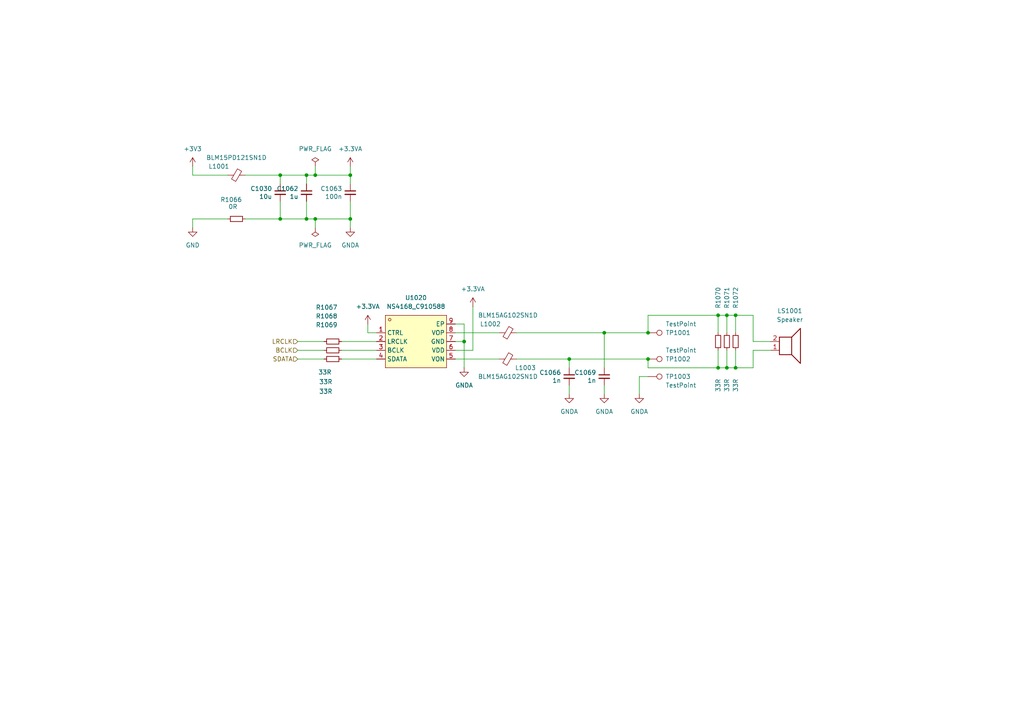
<source format=kicad_sch>
(kicad_sch (version 20250114) (generator "eeschema") (generator_version "9.0")
  (paper "A4")
  (lib_symbols
    (symbol "CAP_1" (pin_numbers (hide yes)) (pin_names (offset 0.254) (hide yes))
      (property "Reference" "C" (at 0.254 1.778 0))
      (symbol "CAP_1_0_1"
        (polyline (pts (xy -1.524 0.508) (xy 1.524 0.508)) (stroke (width 0.3048)))
        (polyline (pts (xy -1.524 -0.508) (xy 1.524 -0.508)) (stroke (width 0.3302)))
      )
      (symbol "CAP_1_1_1"
        (pin passive line (at 0 2.54 270) (length 2.032) (name "~") (number "1"))
        (pin passive line (at 0 -2.54 90) (length 2.032) (name "~") (number "2"))
      )
    )
    (symbol "CAP_2" (pin_numbers (hide yes)) (pin_names (offset 0.254) (hide yes))
      (property "Reference" "C" (at 0.254 1.778 0))
      (symbol "CAP_2_0_1"
        (polyline (pts (xy -1.524 0.508) (xy 1.524 0.508)) (stroke (width 0.3048)))
        (polyline (pts (xy -1.524 -0.508) (xy 1.524 -0.508)) (stroke (width 0.3302)))
      )
      (symbol "CAP_2_1_1"
        (pin passive line (at 0 2.54 270) (length 2.032) (name "~") (number "1"))
        (pin passive line (at 0 -2.54 90) (length 2.032) (name "~") (number "2"))
      )
    )
    (symbol "CAP_3" (pin_numbers (hide yes)) (pin_names (offset 0.254) (hide yes))
      (property "Reference" "C" (at 0.254 1.778 0))
      (symbol "CAP_3_0_1"
        (polyline (pts (xy -1.524 0.508) (xy 1.524 0.508)) (stroke (width 0.3048)))
        (polyline (pts (xy -1.524 -0.508) (xy 1.524 -0.508)) (stroke (width 0.3302)))
      )
      (symbol "CAP_3_1_1"
        (pin passive line (at 0 2.54 270) (length 2.032) (name "~") (number "1"))
        (pin passive line (at 0 -2.54 90) (length 2.032) (name "~") (number "2"))
      )
    )
    (symbol "CAP_4" (pin_numbers (hide yes)) (pin_names (offset 0.254) (hide yes))
      (property "Reference" "C" (at 0.254 1.778 0))
      (symbol "CAP_4_0_1"
        (polyline (pts (xy -1.524 0.508) (xy 1.524 0.508)) (stroke (width 0.3048)))
        (polyline (pts (xy -1.524 -0.508) (xy 1.524 -0.508)) (stroke (width 0.3302)))
      )
      (symbol "CAP_4_1_1"
        (pin passive line (at 0 2.54 270) (length 2.032) (name "~") (number "1"))
        (pin passive line (at 0 -2.54 90) (length 2.032) (name "~") (number "2"))
      )
    )
    (symbol "Connector:TestPoint" (pin_numbers (hide yes)) (pin_names (offset 0.762) (hide yes))
      (property "Reference" "TP" (at 0 6.858 0))
      (property "Value" "TestPoint" (at 0 5.08 0))
      (symbol "TestPoint_0_1"
        (circle (center 0 3.302) (radius 0.762))
      )
      (symbol "TestPoint_1_1"
        (pin passive line (at 0 0 90) (length 2.54) (name "1") (number "1"))
      )
    )
    (symbol "Device:Speaker" (pin_names (offset 0) (hide yes))
      (property "Reference" "LS" (at 1.27 5.715 0))
      (property "Value" "Speaker" (at 1.27 3.81 0))
      (symbol "Speaker_0_0"
        (rectangle (start -2.54 1.27) (end 1.016 -3.81) (stroke (width 0.254)))
        (polyline (pts (xy 1.016 1.27) (xy 3.556 3.81) (xy 3.556 -6.35) (xy 1.016 -3.81)) (stroke (width 0.254)))
      )
      (symbol "Speaker_1_1"
        (pin input line (at -5.08 0 0) (length 2.54) (name "1") (number "1"))
        (pin input line (at -5.08 -2.54 0) (length 2.54) (name "2") (number "2"))
      )
    )
    (symbol "FERRIT_1" (pin_numbers (hide yes)) (pin_names (offset 0))
      (property "Reference" "FB" (at 1.905 1.27 0))
      (symbol "FERRIT_1_0_1"
        (polyline (pts (xy -1.8288 0.2794) (xy -1.1176 1.4986) (xy 1.8288 -0.2032) (xy 1.1176 -1.4224) (xy -1.8288 0.2794)))
        (polyline (pts (xy 0 0.889) (xy 0 1.2954)))
        (polyline (pts (xy 0 -1.27) (xy 0 -0.7874)))
      )
      (symbol "FERRIT_1_1_1"
        (pin passive line (at 0 2.54 270) (length 1.27) (name "~") (number "1"))
        (pin passive line (at 0 -2.54 90) (length 1.27) (name "~") (number "2"))
      )
    )
    (symbol "FERRIT_2" (pin_numbers (hide yes)) (pin_names (offset 0))
      (property "Reference" "FB" (at 1.905 1.27 0))
      (symbol "FERRIT_2_0_1"
        (polyline (pts (xy -1.8288 0.2794) (xy -1.1176 1.4986) (xy 1.8288 -0.2032) (xy 1.1176 -1.4224) (xy -1.8288 0.2794)))
        (polyline (pts (xy 0 0.889) (xy 0 1.2954)))
        (polyline (pts (xy 0 -1.27) (xy 0 -0.7874)))
      )
      (symbol "FERRIT_2_1_1"
        (pin passive line (at 0 2.54 270) (length 1.27) (name "~") (number "1"))
        (pin passive line (at 0 -2.54 90) (length 1.27) (name "~") (number "2"))
      )
    )
    (symbol "PWR_FLAG_1" (power) (pin_numbers (hide yes)) (pin_names (offset 0) (hide yes))
      (property "Value" "PWR_FLAG" (at 0 3.81 0))
      (symbol "PWR_FLAG_1_0_0"
        (pin power_out line (at 0 0 90) (length 0) (name "pwr") (number "1"))
      )
      (symbol "PWR_FLAG_1_0_1"
        (polyline (pts (xy 0 0) (xy 0 1.27) (xy -1.016 1.905) (xy 0 2.54) (xy 1.016 1.905) (xy 0 1.27)))
      )
    )
    (symbol "RES_2" (pin_numbers (hide yes)) (pin_names (offset 0.254) (hide yes))
      (property "Reference" "R" (at 0.762 0.508 0))
      (symbol "RES_2_1_1"
        (rectangle (start -0.762 1.778) (end 0.762 -1.778) (stroke (width 0.2032)))
        (pin passive line (at 0 2.54 270) (length 0.762) (name "~") (number "1"))
        (pin passive line (at 0 -2.54 90) (length 0.762) (name "~") (number "2"))
      )
    )
    (symbol "RES_3" (pin_numbers (hide yes)) (pin_names (offset 0.254) (hide yes))
      (property "Reference" "R" (at 0.762 0.508 0))
      (symbol "RES_3_1_1"
        (rectangle (start -0.762 1.778) (end 0.762 -1.778) (stroke (width 0.2032)))
        (pin passive line (at 0 2.54 270) (length 0.762) (name "~") (number "1"))
        (pin passive line (at 0 -2.54 90) (length 0.762) (name "~") (number "2"))
      )
    )
    (symbol "RES_4" (pin_numbers (hide yes)) (pin_names (offset 0.254) (hide yes))
      (property "Reference" "R" (at 0.762 0.508 0))
      (symbol "RES_4_1_1"
        (rectangle (start -0.762 1.778) (end 0.762 -1.778) (stroke (width 0.2032)))
        (pin passive line (at 0 2.54 270) (length 0.762) (name "~") (number "1"))
        (pin passive line (at 0 -2.54 90) (length 0.762) (name "~") (number "2"))
      )
    )
    (symbol "power:+3.3VA" (power) (pin_numbers (hide yes)) (pin_names (offset 0) (hide yes))
      (property "Value" "+3.3VA" (at 0 3.556 0))
      (symbol "+3.3VA_0_1"
        (polyline (pts (xy -0.762 1.27) (xy 0 2.54)))
        (polyline (pts (xy 0 2.54) (xy 0.762 1.27)))
        (polyline (pts (xy 0 0) (xy 0 2.54)))
      )
      (symbol "+3.3VA_1_1"
        (pin power_in line (at 0 0 90) (length 0) (name "~") (number "1"))
      )
    )
    (symbol "power:+3V3" (power) (pin_numbers (hide yes)) (pin_names (offset 0) (hide yes))
      (property "Value" "+3V3" (at 0 3.556 0))
      (symbol "+3V3_0_1"
        (polyline (pts (xy -0.762 1.27) (xy 0 2.54)))
        (polyline (pts (xy 0 2.54) (xy 0.762 1.27)))
        (polyline (pts (xy 0 0) (xy 0 2.54)))
      )
      (symbol "+3V3_1_1"
        (pin power_in line (at 0 0 90) (length 0) (name "~") (number "1"))
      )
    )
    (symbol "power:GND" (power) (pin_numbers (hide yes)) (pin_names (offset 0) (hide yes))
      (property "Value" "GND" (at 0 -3.81 0))
      (symbol "GND_0_1"
        (polyline (pts (xy 0 0) (xy 0 -1.27) (xy 1.27 -1.27) (xy 0 -2.54) (xy -1.27 -1.27) (xy 0 -1.27)))
      )
      (symbol "GND_1_1"
        (pin power_in line (at 0 0 270) (length 0) (name "~") (number "1"))
      )
    )
    (symbol "power:GNDA" (power) (pin_numbers (hide yes)) (pin_names (offset 0) (hide yes))
      (property "Value" "GNDA" (at 0 -3.81 0))
      (symbol "GNDA_0_1"
        (polyline (pts (xy 0 0) (xy 0 -1.27) (xy 1.27 -1.27) (xy 0 -2.54) (xy -1.27 -1.27) (xy 0 -1.27)))
      )
      (symbol "GNDA_1_1"
        (pin power_in line (at 0 0 270) (length 0) (name "~") (number "1"))
      )
    )
    (symbol "power:PWR_FLAG" (power) (pin_numbers (hide yes)) (pin_names (offset 0) (hide yes))
      (property "Value" "PWR_FLAG" (at 0 3.81 0))
      (symbol "PWR_FLAG_0_0"
        (pin power_out line (at 0 0 90) (length 0) (name "pwr") (number "1"))
      )
      (symbol "PWR_FLAG_0_1"
        (polyline (pts (xy 0 0) (xy 0 1.27) (xy -1.016 1.905) (xy 0 2.54) (xy 1.016 1.905) (xy 0 1.27)))
      )
    )
    (symbol "suku_basics:CAP" (pin_numbers (hide yes)) (pin_names (offset 0.254) (hide yes))
      (property "Reference" "C" (at 0.254 1.778 0))
      (symbol "CAP_0_1"
        (polyline (pts (xy -1.524 0.508) (xy 1.524 0.508)) (stroke (width 0.3048)))
        (polyline (pts (xy -1.524 -0.508) (xy 1.524 -0.508)) (stroke (width 0.3302)))
      )
      (symbol "CAP_1_1"
        (pin passive line (at 0 2.54 270) (length 2.032) (name "~") (number "1"))
        (pin passive line (at 0 -2.54 90) (length 2.032) (name "~") (number "2"))
      )
    )
    (symbol "suku_basics:FERRIT" (pin_numbers (hide yes)) (pin_names (offset 0))
      (property "Reference" "FB" (at 1.905 1.27 0))
      (symbol "FERRIT_0_1"
        (polyline (pts (xy -1.8288 0.2794) (xy -1.1176 1.4986) (xy 1.8288 -0.2032) (xy 1.1176 -1.4224) (xy -1.8288 0.2794)))
        (polyline (pts (xy 0 0.889) (xy 0 1.2954)))
        (polyline (pts (xy 0 -1.27) (xy 0 -0.7874)))
      )
      (symbol "FERRIT_1_1"
        (pin passive line (at 0 2.54 270) (length 1.27) (name "~") (number "1"))
        (pin passive line (at 0 -2.54 90) (length 1.27) (name "~") (number "2"))
      )
    )
    (symbol "suku_basics:NS4168_C910588"
      (property "Reference" "U" (at 0 10.16 0))
      (property "Value" "NS4168_C910588" (at 0 -10.16 0))
      (symbol "NS4168_C910588_0_1"
        (rectangle (start -8.89 7.62) (end 8.89 -7.62) (fill (type background)))
        (circle (center -7.62 6.35) (radius 0.38))
        (pin unspecified line (at -11.43 2.54 0) (length 2.54) (name "CTRL") (number "1"))
        (pin unspecified line (at -11.43 0 0) (length 2.54) (name "LRCLK") (number "2"))
        (pin unspecified line (at -11.43 -2.54 0) (length 2.54) (name "BCLK") (number "3"))
        (pin unspecified line (at -11.43 -5.08 0) (length 2.54) (name "SDATA") (number "4"))
        (pin unspecified line (at 11.43 5.08 180) (length 2.54) (name "EP") (number "9"))
        (pin unspecified line (at 11.43 2.54 180) (length 2.54) (name "VOP") (number "8"))
        (pin unspecified line (at 11.43 0 180) (length 2.54) (name "GND") (number "7"))
        (pin unspecified line (at 11.43 -2.54 180) (length 2.54) (name "VDD") (number "6"))
        (pin unspecified line (at 11.43 -5.08 180) (length 2.54) (name "VON") (number "5"))
      )
    )
    (symbol "suku_basics:RES" (pin_numbers (hide yes)) (pin_names (offset 0.254) (hide yes))
      (property "Reference" "R" (at 0.762 0.508 0))
      (symbol "RES_1_1"
        (rectangle (start -0.762 1.778) (end 0.762 -1.778) (stroke (width 0.2032)))
        (pin passive line (at 0 2.54 270) (length 0.762) (name "~") (number "1"))
        (pin passive line (at 0 -2.54 90) (length 0.762) (name "~") (number "2"))
      )
    )
  )
  (junction (at 187.96 96.52))
  (junction (at 88.9 50.8))
  (junction (at 91.44 63.5))
  (junction (at 210.82 91.44))
  (junction (at 91.44 50.8))
  (junction (at 208.28 91.44))
  (junction (at 208.28 106.68))
  (junction (at 213.36 106.68))
  (junction (at 213.36 91.44))
  (junction (at 175.26 96.52))
  (junction (at 88.9 63.5))
  (junction (at 165.1 104.14))
  (junction (at 101.6 63.5))
  (junction (at 134.62 99.06))
  (junction (at 210.82 106.68))
  (junction (at 81.28 63.5))
  (junction (at 81.28 50.8))
  (junction (at 101.6 50.8))
  (junction (at 187.96 104.14))
  (wire (pts (xy 218.44 106.68) (xy 218.44 101.6)))
  (wire (pts (xy 88.9 50.8) (xy 91.44 50.8)))
  (wire (pts (xy 134.62 99.06) (xy 132.08 99.06)))
  (wire (pts (xy 81.28 63.5) (xy 71.12 63.5)))
  (wire (pts (xy 91.44 63.5) (xy 88.9 63.5)))
  (wire (pts (xy 149.86 96.52) (xy 175.26 96.52)))
  (wire (pts (xy 208.28 91.44) (xy 187.96 91.44)))
  (wire (pts (xy 185.42 109.22) (xy 185.42 114.3)))
  (wire (pts (xy 175.26 96.52) (xy 175.26 106.68)))
  (wire (pts (xy 55.88 63.5) (xy 66.04 63.5)))
  (wire (pts (xy 210.82 106.68) (xy 213.36 106.68)))
  (wire (pts (xy 132.08 104.14) (xy 144.78 104.14)))
  (wire (pts (xy 165.1 104.14) (xy 165.1 106.68)))
  (wire (pts (xy 175.26 111.76) (xy 175.26 114.3)))
  (wire (pts (xy 106.68 96.52) (xy 109.22 96.52)))
  (wire (pts (xy 134.62 106.68) (xy 134.62 99.06)))
  (wire (pts (xy 99.06 99.06) (xy 109.22 99.06)))
  (wire (pts (xy 88.9 63.5) (xy 81.28 63.5)))
  (wire (pts (xy 101.6 63.5) (xy 91.44 63.5)))
  (wire (pts (xy 81.28 58.42) (xy 81.28 63.5)))
  (wire (pts (xy 55.88 50.8) (xy 55.88 48.26)))
  (wire (pts (xy 88.9 58.42) (xy 88.9 63.5)))
  (wire (pts (xy 88.9 50.8) (xy 88.9 53.34)))
  (wire (pts (xy 91.44 63.5) (xy 91.44 66.04)))
  (wire (pts (xy 132.08 101.6) (xy 137.16 101.6)))
  (wire (pts (xy 210.82 91.44) (xy 208.28 91.44)))
  (wire (pts (xy 99.06 104.14) (xy 109.22 104.14)))
  (wire (pts (xy 66.04 50.8) (xy 55.88 50.8)))
  (wire (pts (xy 81.28 50.8) (xy 71.12 50.8)))
  (wire (pts (xy 187.96 91.44) (xy 187.96 96.52)))
  (wire (pts (xy 101.6 66.04) (xy 101.6 63.5)))
  (wire (pts (xy 88.9 50.8) (xy 81.28 50.8)))
  (wire (pts (xy 101.6 48.26) (xy 101.6 50.8)))
  (wire (pts (xy 187.96 104.14) (xy 187.96 106.68)))
  (wire (pts (xy 137.16 88.9) (xy 137.16 101.6)))
  (wire (pts (xy 208.28 106.68) (xy 210.82 106.68)))
  (wire (pts (xy 86.36 99.06) (xy 93.98 99.06)))
  (wire (pts (xy 91.44 48.26) (xy 91.44 50.8)))
  (wire (pts (xy 132.08 96.52) (xy 144.78 96.52)))
  (wire (pts (xy 106.68 93.98) (xy 106.68 96.52)))
  (wire (pts (xy 99.06 101.6) (xy 109.22 101.6)))
  (wire (pts (xy 91.44 50.8) (xy 101.6 50.8)))
  (wire (pts (xy 213.36 91.44) (xy 210.82 91.44)))
  (wire (pts (xy 218.44 101.6) (xy 223.52 101.6)))
  (wire (pts (xy 86.36 104.14) (xy 93.98 104.14)))
  (wire (pts (xy 213.36 106.68) (xy 218.44 106.68)))
  (wire (pts (xy 208.28 101.6) (xy 208.28 106.68)))
  (wire (pts (xy 134.62 99.06) (xy 134.62 93.98)))
  (wire (pts (xy 55.88 66.04) (xy 55.88 63.5)))
  (wire (pts (xy 165.1 104.14) (xy 187.96 104.14)))
  (wire (pts (xy 187.96 109.22) (xy 185.42 109.22)))
  (wire (pts (xy 213.36 91.44) (xy 213.36 96.52)))
  (wire (pts (xy 81.28 53.34) (xy 81.28 50.8)))
  (wire (pts (xy 101.6 58.42) (xy 101.6 63.5)))
  (wire (pts (xy 175.26 96.52) (xy 187.96 96.52)))
  (wire (pts (xy 218.44 99.06) (xy 223.52 99.06)))
  (wire (pts (xy 134.62 93.98) (xy 132.08 93.98)))
  (wire (pts (xy 210.82 101.6) (xy 210.82 106.68)))
  (wire (pts (xy 165.1 111.76) (xy 165.1 114.3)))
  (wire (pts (xy 213.36 101.6) (xy 213.36 106.68)))
  (wire (pts (xy 218.44 91.44) (xy 213.36 91.44)))
  (wire (pts (xy 218.44 91.44) (xy 218.44 99.06)))
  (wire (pts (xy 86.36 101.6) (xy 93.98 101.6)))
  (wire (pts (xy 208.28 91.44) (xy 208.28 96.52)))
  (wire (pts (xy 149.86 104.14) (xy 165.1 104.14)))
  (wire (pts (xy 187.96 106.68) (xy 208.28 106.68)))
  (wire (pts (xy 101.6 50.8) (xy 101.6 53.34)))
  (wire (pts (xy 210.82 91.44) (xy 210.82 96.52)))
  (hierarchical_label "SDATA" (shape input) (at 86.36 104.14 180))
  (hierarchical_label "BCLK" (shape input) (at 86.36 101.6 180))
  (hierarchical_label "LRCLK" (shape input) (at 86.36 99.06 180))
  (symbol (lib_id "suku_basics:FERRIT") (at 68.58 50.8 270) (unit 1)
    (property "Reference" "L1001" (at 63.5 48.26 90))
    (property "Value" "BLM15PD121SN1D" (at 68.58 45.72 90))
    (property "Footprint" "suku_basics:FERRIT_0402" (effects (hide yes)))
  )
  (symbol (lib_id "power:GNDA") (at 175.26 114.3 0) (unit 1)
    (property "Reference" "#PWR01065" (effects (hide yes)))
    (property "Value" "GNDA" (at 175.26 119.38 0))
    (property "Description" "Power symbol creates a global label with name \"GNDA\" , analog ground" (effects (hide yes)))
  )
  (symbol (lib_id "power:+3.3VA") (at 106.68 93.98 0) (unit 1)
    (property "Reference" "#PWR01055" (effects (hide yes)))
    (property "Value" "+3.3VA" (at 106.68 88.9 0))
    (property "Description" "Power symbol creates a global label with name \"+3.3VA\"" (effects (hide yes)))
  )
  (symbol (lib_id "power:GNDA") (at 165.1 114.3 0) (unit 1)
    (property "Reference" "#PWR01062" (effects (hide yes)))
    (property "Value" "GNDA" (at 165.1 119.38 0))
    (property "Description" "Power symbol creates a global label with name \"GNDA\" , analog ground" (effects (hide yes)))
  )
  (symbol (lib_id "power:GND") (at 55.88 66.04 0) (unit 1)
    (property "Reference" "#PWR01050" (effects (hide yes)))
    (property "Value" "GND" (at 55.88 71.12 0))
    (property "Description" "Power symbol creates a global label with name \"GND\" , ground" (effects (hide yes)))
  )
  (symbol (lib_name "RES_3") (lib_id "suku_basics:RES") (at 210.82 99.06 0) (unit 1)
    (property "Reference" "R1071" (at 210.82 86.36 90))
    (property "Value" "33R" (at 210.82 111.76 90))
    (property "Footprint" "suku_basics:RES_0402" (effects (hide yes)))
  )
  (symbol (lib_id "suku_basics:CAP") (at 175.26 109.22 0) (mirror y) (unit 1)
    (property "Reference" "C1069" (at 172.9232 108.0516 0) (effects (justify left)))
    (property "Value" "1n" (at 172.9232 110.363 0) (effects (justify left)))
    (property "Footprint" "suku_basics:CAP_0402" (effects (hide yes)))
  )
  (symbol (lib_name "CAP_4") (lib_id "suku_basics:CAP") (at 101.6 55.88 0) (mirror y) (unit 1)
    (property "Reference" "C1063" (at 99.2632 54.7116 0) (effects (justify left)))
    (property "Value" "100n" (at 99.2632 57.023 0) (effects (justify left)))
    (property "Footprint" "suku_basics:CAP_0402" (effects (hide yes)))
  )
  (symbol (lib_id "suku_basics:RES") (at 96.52 104.14 90) (unit 1)
    (property "Reference" "R1069" (at 94.742 94.234 90))
    (property "Value" "33R" (at 94.488 113.538 90))
    (property "Footprint" "suku_basics:RES_0402" (effects (hide yes)))
  )
  (symbol (lib_id "suku_basics:RES") (at 208.28 99.06 0) (unit 1)
    (property "Reference" "R1070" (at 208.28 86.36 90))
    (property "Value" "33R" (at 208.28 111.76 90))
    (property "Footprint" "suku_basics:RES_0402" (effects (hide yes)))
  )
  (symbol (lib_id "suku_basics:NS4168_C910588") (at 120.65 99.06 0) (unit 1)
    (property "Reference" "U1020" (at 120.65 86.36 0))
    (property "Value" "NS4168_C910588" (at 120.65 88.9 0))
    (property "Footprint" "suku_basics:ESOP-8_L4.9-W3.9-P1.27-LS6.0-BL-EP" (effects (hide yes)))
    (property "LCSC Part" "C910588" (effects (hide yes)))
  )
  (symbol (lib_id "power:PWR_FLAG") (at 91.44 48.26 0) (unit 1)
    (property "Reference" "#FLG01001" (effects (hide yes)))
    (property "Value" "PWR_FLAG" (at 91.44 43.18 0))
    (property "Description" "Special symbol for telling ERC where power comes from" (effects (hide yes)))
  )
  (symbol (lib_id "power:GNDA") (at 185.42 114.3 0) (unit 1)
    (property "Reference" "#PWR01070" (effects (hide yes)))
    (property "Value" "GNDA" (at 185.42 119.38 0))
    (property "Description" "Power symbol creates a global label with name \"GNDA\" , analog ground" (effects (hide yes)))
  )
  (symbol (lib_id "power:+3.3VA") (at 137.16 88.9 0) (unit 1)
    (property "Reference" "#PWR01061" (effects (hide yes)))
    (property "Value" "+3.3VA" (at 137.16 83.82 0))
    (property "Description" "Power symbol creates a global label with name \"+3.3VA\"" (effects (hide yes)))
  )
  (symbol (lib_id "power:+3.3VA") (at 101.6 48.26 0) (unit 1)
    (property "Reference" "#PWR01051" (effects (hide yes)))
    (property "Value" "+3.3VA" (at 101.6 43.18 0))
    (property "Description" "Power symbol creates a global label with name \"+3.3VA\"" (effects (hide yes)))
  )
  (symbol (lib_id "Connector:TestPoint") (at 187.96 96.52 270) (unit 1)
    (property "Reference" "TP1001" (at 193.04 96.52 90) (effects (justify left)))
    (property "Value" "TestPoint" (at 193.04 93.98 90) (effects (justify left)))
    (property "Footprint" "TestPoint:TestPoint_Pad_D1.0mm" (effects (hide yes)))
  )
  (symbol (lib_name "FERRIT_2") (lib_id "suku_basics:FERRIT") (at 147.32 96.52 270) (unit 1)
    (property "Reference" "L1002" (at 142.24 93.98 90))
    (property "Value" "BLM15AG102SN1D" (at 147.32 91.44 90))
    (property "Footprint" "suku_basics:FERRIT_0402" (effects (hide yes)))
  )
  (symbol (lib_name "RES_2") (lib_id "suku_basics:RES") (at 213.36 99.06 0) (unit 1)
    (property "Reference" "R1072" (at 213.36 86.36 90))
    (property "Value" "33R" (at 213.36 111.76 90))
    (property "Footprint" "suku_basics:RES_0402" (effects (hide yes)))
  )
  (symbol (lib_name "RES_4") (lib_id "suku_basics:RES") (at 68.58 63.5 90) (unit 1)
    (property "Reference" "R1066" (at 67.056 57.912 90))
    (property "Value" "0R" (at 67.564 59.944 90))
    (property "Footprint" "suku_basics:RES_0402" (effects (hide yes)))
  )
  (symbol (lib_name "FERRIT_1") (lib_id "suku_basics:FERRIT") (at 147.32 104.14 90) (unit 1)
    (property "Reference" "L1003" (at 152.4 106.68 90))
    (property "Value" "BLM15AG102SN1D" (at 147.32 109.22 90))
    (property "Footprint" "suku_basics:FERRIT_0402" (effects (hide yes)))
  )
  (symbol (lib_name "RES_3") (lib_id "suku_basics:RES") (at 96.52 101.6 90) (unit 1)
    (property "Reference" "R1068" (at 94.742 91.694 90))
    (property "Value" "33R" (at 94.488 110.744 90))
    (property "Footprint" "suku_basics:RES_0402" (effects (hide yes)))
  )
  (symbol (lib_id "Connector:TestPoint") (at 187.96 104.14 270) (unit 1)
    (property "Reference" "TP1002" (at 193.04 104.14 90) (effects (justify left)))
    (property "Value" "TestPoint" (at 193.04 101.6 90) (effects (justify left)))
    (property "Footprint" "TestPoint:TestPoint_Pad_D1.0mm" (effects (hide yes)))
  )
  (symbol (lib_name "RES_2") (lib_id "suku_basics:RES") (at 96.52 99.06 90) (unit 1)
    (property "Reference" "R1067" (at 94.742 89.154 90))
    (property "Value" "33R" (at 94.234 107.95 90))
    (property "Footprint" "suku_basics:RES_0402" (effects (hide yes)))
  )
  (symbol (lib_id "power:+3V3") (at 55.88 48.26 0) (unit 1)
    (property "Reference" "#PWR01049" (effects (hide yes)))
    (property "Value" "+3V3" (at 55.88 43.18 0))
    (property "Description" "Power symbol creates a global label with name \"+3V3\"" (effects (hide yes)))
  )
  (symbol (lib_name "CAP_3") (lib_id "suku_basics:CAP") (at 88.9 55.88 0) (mirror y) (unit 1)
    (property "Reference" "C1062" (at 86.5632 54.7116 0) (effects (justify left)))
    (property "Value" "1u" (at 86.5632 57.023 0) (effects (justify left)))
    (property "Footprint" "suku_basics:CAP_0402" (effects (hide yes)))
  )
  (symbol (lib_id "Connector:TestPoint") (at 187.96 109.22 270) (unit 1)
    (property "Reference" "TP1003" (at 193.04 109.22 90) (effects (justify left)))
    (property "Value" "TestPoint" (at 193.04 111.76 90) (effects (justify left)))
    (property "Footprint" "TestPoint:TestPoint_Pad_D1.0mm" (effects (hide yes)))
  )
  (symbol (lib_id "power:GNDA") (at 134.62 106.68 0) (unit 1)
    (property "Reference" "#PWR01056" (effects (hide yes)))
    (property "Value" "GNDA" (at 134.62 111.76 0))
    (property "Description" "Power symbol creates a global label with name \"GNDA\" , analog ground" (effects (hide yes)))
  )
  (symbol (lib_name "CAP_2") (lib_id "suku_basics:CAP") (at 165.1 109.22 0) (mirror y) (unit 1)
    (property "Reference" "C1066" (at 162.7632 108.0516 0) (effects (justify left)))
    (property "Value" "1n" (at 162.7632 110.363 0) (effects (justify left)))
    (property "Footprint" "suku_basics:CAP_0402" (effects (hide yes)))
  )
  (symbol (lib_name "CAP_1") (lib_id "suku_basics:CAP") (at 81.28 55.88 0) (mirror y) (unit 1)
    (property "Reference" "C1030" (at 78.9432 54.7116 0) (effects (justify left)))
    (property "Value" "10u" (at 78.9432 57.023 0) (effects (justify left)))
    (property "Footprint" "suku_basics:CAP_0402" (effects (hide yes)))
  )
  (symbol (lib_name "PWR_FLAG_1") (lib_id "power:PWR_FLAG") (at 91.44 66.04 180) (unit 1)
    (property "Reference" "#FLG01002" (effects (hide yes)))
    (property "Value" "PWR_FLAG" (at 91.44 71.12 0))
    (property "Description" "Special symbol for telling ERC where power comes from" (effects (hide yes)))
  )
  (symbol (lib_id "Device:Speaker") (at 228.6 101.6 0) (mirror x) (unit 1)
    (property "Reference" "LS1001" (at 229.108 90.17 0))
    (property "Value" "Speaker" (at 229.108 92.71 0))
    (property "Footprint" "suku_basics:speaker-1609_octv" (effects (hide yes)))
    (property "Description" "Speaker" (effects (hide yes)))
  )
  (symbol (lib_id "power:GNDA") (at 101.6 66.04 0) (unit 1)
    (property "Reference" "#PWR01052" (effects (hide yes)))
    (property "Value" "GNDA" (at 101.6 71.12 0))
    (property "Description" "Power symbol creates a global label with name \"GNDA\" , analog ground" (effects (hide yes)))
  )
)
</source>
